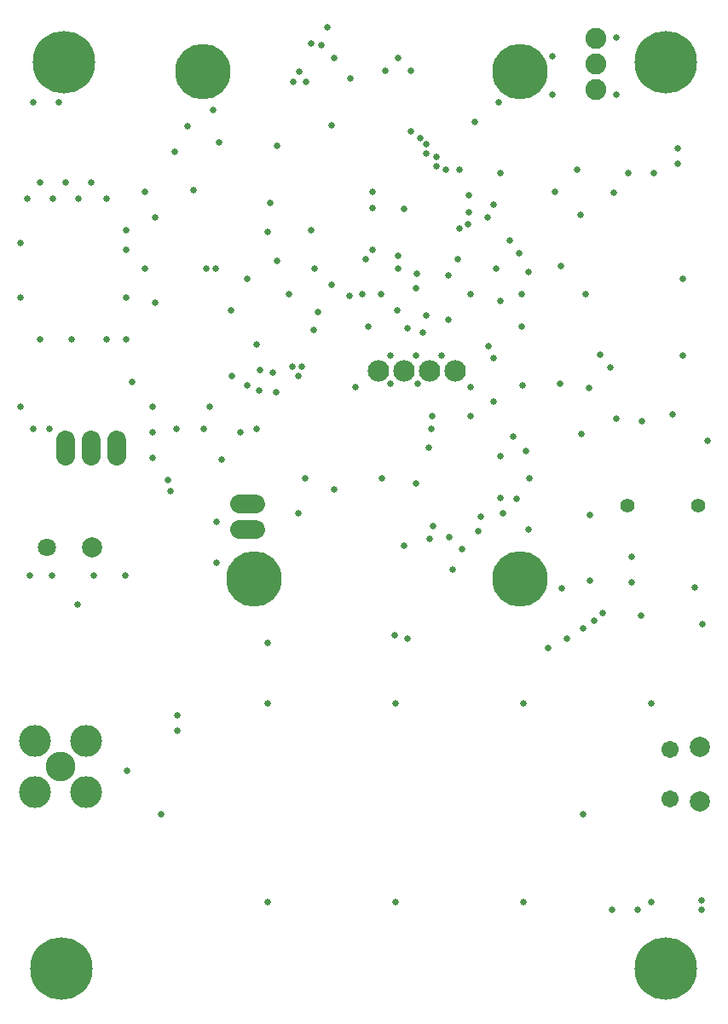
<source format=gbs>
G75*
%MOIN*%
%OFA0B0*%
%FSLAX25Y25*%
%IPPOS*%
%LPD*%
%AMOC8*
5,1,8,0,0,1.08239X$1,22.5*
%
%ADD10C,0.07099*%
%ADD11C,0.07887*%
%ADD12C,0.11600*%
%ADD13C,0.12500*%
%ADD14C,0.21666*%
%ADD15C,0.12611*%
%ADD16C,0.08400*%
%ADD17C,0.08200*%
%ADD18C,0.05524*%
%ADD19C,0.07280*%
%ADD20C,0.06706*%
%ADD21C,0.02581*%
%ADD22C,0.24422*%
D10*
X0028928Y0186291D03*
D11*
X0046645Y0186291D03*
X0284481Y0108520D03*
X0284481Y0087063D03*
D12*
X0034493Y0100791D03*
D13*
X0024493Y0090791D03*
X0024493Y0110791D03*
X0044493Y0110791D03*
X0044493Y0090791D03*
D14*
X0109908Y0174041D03*
X0213845Y0174041D03*
X0213845Y0372575D03*
X0090095Y0372575D03*
D15*
X0090095Y0372575D03*
X0213845Y0372575D03*
X0213845Y0174041D03*
X0109908Y0174041D03*
D16*
X0158743Y0255291D03*
X0168743Y0255291D03*
X0178743Y0255291D03*
X0188743Y0255291D03*
D17*
X0243743Y0365291D03*
X0243743Y0375291D03*
X0243743Y0385291D03*
D18*
X0256135Y0202791D03*
X0283694Y0202791D03*
D19*
X0110733Y0203431D02*
X0104253Y0203431D01*
X0104253Y0193431D02*
X0110733Y0193431D01*
X0056243Y0222051D02*
X0056243Y0228531D01*
X0046243Y0228531D02*
X0046243Y0222051D01*
X0036243Y0222051D02*
X0036243Y0228531D01*
D20*
X0272552Y0107339D03*
X0272552Y0088244D03*
D21*
X0265243Y0125291D03*
X0285243Y0156541D03*
X0282493Y0170931D03*
X0261243Y0159681D03*
X0257743Y0172791D03*
X0257743Y0182791D03*
X0246243Y0160931D03*
X0243118Y0157806D03*
X0238743Y0154681D03*
X0232493Y0150931D03*
X0224993Y0147181D03*
X0230243Y0170291D03*
X0241243Y0173431D03*
X0241493Y0199041D03*
X0217493Y0193431D03*
X0207493Y0199681D03*
X0206243Y0205931D03*
X0198743Y0198431D03*
X0197743Y0192791D03*
X0191243Y0185931D03*
X0186493Y0190291D03*
X0179993Y0194681D03*
X0178743Y0189681D03*
X0168743Y0187181D03*
X0187743Y0177791D03*
X0169993Y0150931D03*
X0164993Y0152181D03*
X0165243Y0125291D03*
X0215243Y0125291D03*
X0238743Y0082181D03*
X0215243Y0047791D03*
X0249993Y0044681D03*
X0259993Y0044681D03*
X0265243Y0047791D03*
X0284993Y0048431D03*
X0284993Y0044681D03*
X0165243Y0047791D03*
X0115243Y0047791D03*
X0073743Y0082181D03*
X0060243Y0099041D03*
X0079993Y0114681D03*
X0079993Y0120931D03*
X0115243Y0125291D03*
X0115243Y0149041D03*
X0095243Y0180291D03*
X0095243Y0196541D03*
X0077493Y0208431D03*
X0076243Y0212791D03*
X0070243Y0221541D03*
X0070243Y0231541D03*
X0070243Y0241541D03*
X0062243Y0251041D03*
X0059993Y0267791D03*
X0052493Y0267791D03*
X0059993Y0284041D03*
X0071243Y0282181D03*
X0067493Y0295291D03*
X0059993Y0302791D03*
X0059993Y0310291D03*
X0071243Y0315291D03*
X0067493Y0325291D03*
X0078993Y0341041D03*
X0083993Y0351041D03*
X0093993Y0357291D03*
X0096493Y0344791D03*
X0086493Y0326041D03*
X0091243Y0295291D03*
X0094993Y0295291D03*
X0107243Y0291541D03*
X0100993Y0279041D03*
X0110993Y0265916D03*
X0112243Y0255916D03*
X0117493Y0254681D03*
X0118743Y0247181D03*
X0112118Y0247791D03*
X0107493Y0249681D03*
X0101243Y0253416D03*
X0092743Y0241541D03*
X0090243Y0232791D03*
X0097493Y0220931D03*
X0104618Y0231541D03*
X0110868Y0232791D03*
X0127493Y0253431D03*
X0128743Y0257181D03*
X0124993Y0257181D03*
X0133493Y0271541D03*
X0134993Y0278431D03*
X0140243Y0289041D03*
X0133743Y0295306D03*
X0123743Y0285306D03*
X0118993Y0298541D03*
X0115243Y0309791D03*
X0116493Y0321041D03*
X0132243Y0310291D03*
X0153743Y0299041D03*
X0156493Y0302791D03*
X0166243Y0300291D03*
X0166243Y0295291D03*
X0173493Y0287791D03*
X0173743Y0293431D03*
X0165993Y0279041D03*
X0169993Y0272181D03*
X0175993Y0270291D03*
X0177493Y0277181D03*
X0185993Y0275291D03*
X0194743Y0285291D03*
X0185993Y0292791D03*
X0189743Y0299041D03*
X0190243Y0311285D03*
X0193743Y0312791D03*
X0193993Y0317535D03*
X0193993Y0324041D03*
X0190243Y0334041D03*
X0184993Y0334041D03*
X0181243Y0335291D03*
X0181243Y0339041D03*
X0177493Y0340291D03*
X0177493Y0344041D03*
X0174993Y0346541D03*
X0171493Y0349041D03*
X0171243Y0372791D03*
X0166243Y0377791D03*
X0161243Y0372791D03*
X0147743Y0369791D03*
X0141243Y0377791D03*
X0136243Y0382791D03*
X0132493Y0383431D03*
X0138743Y0389681D03*
X0127743Y0372291D03*
X0125243Y0368541D03*
X0130243Y0368541D03*
X0140243Y0351541D03*
X0118993Y0343541D03*
X0156493Y0325291D03*
X0156493Y0319041D03*
X0168812Y0318785D03*
X0159743Y0285291D03*
X0152243Y0285291D03*
X0147493Y0284681D03*
X0154743Y0272791D03*
X0163493Y0261541D03*
X0173493Y0261541D03*
X0174118Y0250291D03*
X0179743Y0237791D03*
X0179493Y0232681D03*
X0178493Y0225291D03*
X0173493Y0211541D03*
X0159993Y0213431D03*
X0141493Y0209041D03*
X0129993Y0213431D03*
X0127493Y0199681D03*
X0149743Y0249041D03*
X0163493Y0250291D03*
X0183493Y0261541D03*
X0194743Y0249041D03*
X0203743Y0243431D03*
X0194743Y0237791D03*
X0206243Y0222181D03*
X0211243Y0229681D03*
X0216493Y0224041D03*
X0217508Y0213416D03*
X0212743Y0205291D03*
X0237993Y0230791D03*
X0240993Y0248791D03*
X0249243Y0256791D03*
X0245243Y0261791D03*
X0229743Y0250291D03*
X0214993Y0249681D03*
X0203743Y0260291D03*
X0201743Y0265041D03*
X0214743Y0272791D03*
X0214743Y0285291D03*
X0217493Y0294041D03*
X0213743Y0301541D03*
X0209993Y0306291D03*
X0204743Y0295291D03*
X0206243Y0282791D03*
X0229993Y0296541D03*
X0239743Y0285291D03*
X0237743Y0316291D03*
X0227743Y0325291D03*
X0236243Y0334041D03*
X0250743Y0325041D03*
X0256243Y0332791D03*
X0266243Y0332791D03*
X0275743Y0336291D03*
X0275743Y0342291D03*
X0251743Y0363291D03*
X0251743Y0385791D03*
X0226743Y0378291D03*
X0226743Y0363291D03*
X0205743Y0360291D03*
X0196493Y0352791D03*
X0206243Y0332791D03*
X0203743Y0320291D03*
X0201493Y0315291D03*
X0251743Y0236666D03*
X0261743Y0235791D03*
X0273743Y0238291D03*
X0287243Y0228041D03*
X0277743Y0261291D03*
X0277743Y0291291D03*
X0079743Y0232791D03*
X0038743Y0267791D03*
X0026243Y0267791D03*
X0018743Y0284041D03*
X0018743Y0305291D03*
X0021243Y0322791D03*
X0026243Y0329041D03*
X0031243Y0322791D03*
X0036243Y0329041D03*
X0041243Y0322791D03*
X0046243Y0329041D03*
X0052493Y0322791D03*
X0033743Y0360291D03*
X0023743Y0360291D03*
X0018743Y0241541D03*
X0023743Y0232791D03*
X0029993Y0232791D03*
X0030993Y0175291D03*
X0022243Y0175291D03*
X0040993Y0164041D03*
X0047243Y0175291D03*
X0059743Y0175291D03*
D22*
X0034678Y0021866D03*
X0270899Y0021866D03*
X0270899Y0376197D03*
X0035578Y0376197D03*
M02*

</source>
